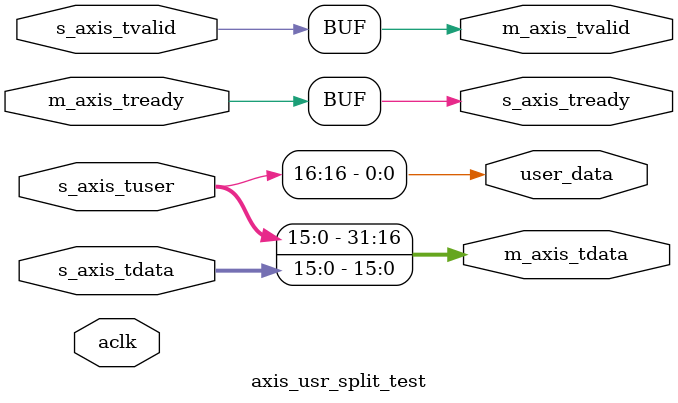
<source format=v>

`timescale 1 ns / 1 ps

module axis_usr_split_test #
(
  parameter integer AXIS_TDATA_WIDTH = 32,
  parameter integer AXIS_TUSER_WIDTH = 32
)
(
  // User signals
  output  wire [0:0] user_data,

  // System signals
  input  wire                        aclk,

  // Slave side
  output wire                        s_axis_tready,
  input  wire [AXIS_TDATA_WIDTH-1:0] s_axis_tdata,
  input  wire                        s_axis_tvalid,
  input wire [AXIS_TUSER_WIDTH-1:0]  s_axis_tuser,

  // Master side
  input  wire                        m_axis_tready,
  output wire [AXIS_TDATA_WIDTH-1:0] m_axis_tdata,
  output wire                        m_axis_tvalid

);

  assign s_axis_tready =  m_axis_tready;
  assign m_axis_tdata = {s_axis_tuser[15:0],s_axis_tdata[15:0]};
  assign m_axis_tvalid = s_axis_tvalid;
  assign user_data = s_axis_tuser[16:16];
endmodule

</source>
